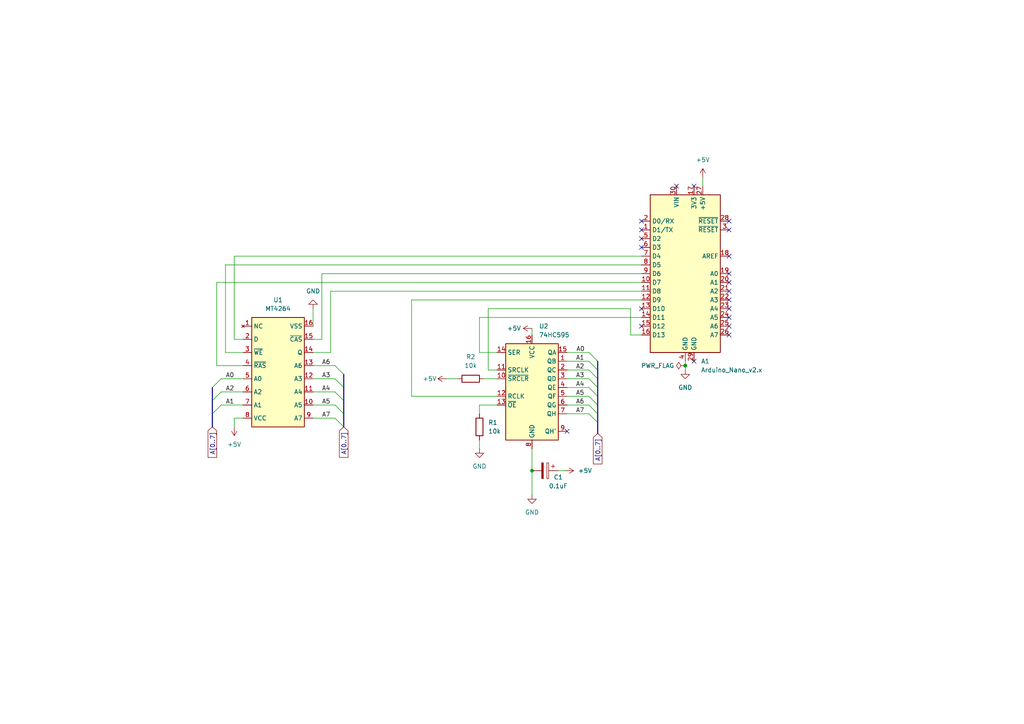
<source format=kicad_sch>
(kicad_sch (version 20211123) (generator eeschema)
  (paper "A4")
  (title_block (title "Mac 128K DRAM Tester") (date "2022-04-23") (rev "2") (company "Author: Finley Bartholmai (NifleySnifley)"))
  (lib_symbols
    (symbol "74xx:74HC595"
      (property "Reference" "U" (at -7.62 13.97 0))
      (property "Value" "74HC595" (at -7.62 -16.51 0))
      (symbol "74HC595_1_0"
        (pin tri_state line (at 10.16 7.62 180) (length 2.54) (name "QB") (number "1"))
        (pin input line (at -10.16 2.54 0) (length 2.54) (name "~{SRCLR}") (number "10"))
        (pin input line (at -10.16 5.08 0) (length 2.54) (name "SRCLK") (number "11"))
        (pin input line (at -10.16 -2.54 0) (length 2.54) (name "RCLK") (number "12"))
        (pin input line (at -10.16 -5.08 0) (length 2.54) (name "~{OE}") (number "13"))
        (pin input line (at -10.16 10.16 0) (length 2.54) (name "SER") (number "14"))
        (pin tri_state line (at 10.16 10.16 180) (length 2.54) (name "QA") (number "15"))
        (pin power_in line (at 0 15.24 270) (length 2.54) (name "VCC") (number "16"))
        (pin tri_state line (at 10.16 5.08 180) (length 2.54) (name "QC") (number "2"))
        (pin tri_state line (at 10.16 2.54 180) (length 2.54) (name "QD") (number "3"))
        (pin tri_state line (at 10.16 0 180) (length 2.54) (name "QE") (number "4"))
        (pin tri_state line (at 10.16 -2.54 180) (length 2.54) (name "QF") (number "5"))
        (pin tri_state line (at 10.16 -5.08 180) (length 2.54) (name "QG") (number "6"))
        (pin tri_state line (at 10.16 -7.62 180) (length 2.54) (name "QH") (number "7"))
        (pin power_in line (at 0 -17.78 90) (length 2.54) (name "GND") (number "8"))
        (pin output line (at 10.16 -12.7 180) (length 2.54) (name "QH'") (number "9"))
      )
      (symbol "74HC595_1_1"
        (rectangle (start -7.62 12.7) (end 7.62 -15.24) (stroke (width 0.254)) (fill (type background)))
      )
    )
    (symbol "Device:C_Polarized" (pin_numbers hide) (pin_names (offset 0.254))
      (property "Reference" "C" (at 0.635 2.54 0))
      (property "Value" "C_Polarized" (at 0.635 -2.54 0))
      (symbol "C_Polarized_0_1"
        (rectangle (start -2.286 0.508) (end 2.286 1.016))
        (polyline (pts (xy -1.778 2.286) (xy -0.762 2.286)))
        (polyline (pts (xy -1.27 2.794) (xy -1.27 1.778)))
        (rectangle (start 2.286 -0.508) (end -2.286 -1.016) (fill (type outline)))
      )
      (symbol "C_Polarized_1_1"
        (pin passive line (at 0 3.81 270) (length 2.794) (name "~") (number "1"))
        (pin passive line (at 0 -3.81 90) (length 2.794) (name "~") (number "2"))
      )
    )
    (symbol "Device:R" (pin_numbers hide) (pin_names (offset 0))
      (property "Reference" "R" (at 2.032 0 90))
      (property "Value" "R" (at 0 0 90))
      (symbol "R_0_1"
        (rectangle (start -1.016 -2.54) (end 1.016 2.54) (stroke (width 0.254)))
      )
      (symbol "R_1_1"
        (pin passive line (at 0 3.81 270) (length 1.27) (name "~") (number "1"))
        (pin passive line (at 0 -3.81 90) (length 1.27) (name "~") (number "2"))
      )
    )
    (symbol "MCU_Module:Arduino_Nano_v2.x"
      (property "Reference" "A" (at -10.16 23.495 0))
      (property "Value" "Arduino_Nano_v2.x" (at 5.08 -24.13 0))
      (symbol "Arduino_Nano_v2.x_0_1"
        (rectangle (start -10.16 22.86) (end 10.16 -22.86) (stroke (width 0.254)) (fill (type background)))
      )
      (symbol "Arduino_Nano_v2.x_1_1"
        (pin bidirectional line (at -12.7 12.7 0) (length 2.54) (name "D1/TX") (number "1"))
        (pin bidirectional line (at -12.7 -2.54 0) (length 2.54) (name "D7") (number "10"))
        (pin bidirectional line (at -12.7 -5.08 0) (length 2.54) (name "D8") (number "11"))
        (pin bidirectional line (at -12.7 -7.62 0) (length 2.54) (name "D9") (number "12"))
        (pin bidirectional line (at -12.7 -10.16 0) (length 2.54) (name "D10") (number "13"))
        (pin bidirectional line (at -12.7 -12.7 0) (length 2.54) (name "D11") (number "14"))
        (pin bidirectional line (at -12.7 -15.24 0) (length 2.54) (name "D12") (number "15"))
        (pin bidirectional line (at -12.7 -17.78 0) (length 2.54) (name "D13") (number "16"))
        (pin power_out line (at 2.54 25.4 270) (length 2.54) (name "3V3") (number "17"))
        (pin input line (at 12.7 5.08 180) (length 2.54) (name "AREF") (number "18"))
        (pin bidirectional line (at 12.7 0 180) (length 2.54) (name "A0") (number "19"))
        (pin bidirectional line (at -12.7 15.24 0) (length 2.54) (name "D0/RX") (number "2"))
        (pin bidirectional line (at 12.7 -2.54 180) (length 2.54) (name "A1") (number "20"))
        (pin bidirectional line (at 12.7 -5.08 180) (length 2.54) (name "A2") (number "21"))
        (pin bidirectional line (at 12.7 -7.62 180) (length 2.54) (name "A3") (number "22"))
        (pin bidirectional line (at 12.7 -10.16 180) (length 2.54) (name "A4") (number "23"))
        (pin bidirectional line (at 12.7 -12.7 180) (length 2.54) (name "A5") (number "24"))
        (pin bidirectional line (at 12.7 -15.24 180) (length 2.54) (name "A6") (number "25"))
        (pin bidirectional line (at 12.7 -17.78 180) (length 2.54) (name "A7") (number "26"))
        (pin power_out line (at 5.08 25.4 270) (length 2.54) (name "+5V") (number "27"))
        (pin input line (at 12.7 15.24 180) (length 2.54) (name "~{RESET}") (number "28"))
        (pin power_in line (at 2.54 -25.4 90) (length 2.54) (name "GND") (number "29"))
        (pin input line (at 12.7 12.7 180) (length 2.54) (name "~{RESET}") (number "3"))
        (pin power_in line (at -2.54 25.4 270) (length 2.54) (name "VIN") (number "30"))
        (pin power_in line (at 0 -25.4 90) (length 2.54) (name "GND") (number "4"))
        (pin bidirectional line (at -12.7 10.16 0) (length 2.54) (name "D2") (number "5"))
        (pin bidirectional line (at -12.7 7.62 0) (length 2.54) (name "D3") (number "6"))
        (pin bidirectional line (at -12.7 5.08 0) (length 2.54) (name "D4") (number "7"))
        (pin bidirectional line (at -12.7 2.54 0) (length 2.54) (name "D5") (number "8"))
        (pin bidirectional line (at -12.7 0 0) (length 2.54) (name "D6") (number "9"))
      )
    )
    (symbol "MacChips:MT4264"
      (property "Reference" "U" (at -10.16 24.13 0))
      (property "Value" "MT4264" (at -10.16 21.59 0))
      (symbol "MT4264_1_0"
        (pin no_connect line (at -10.16 13.97 0) (length 2.54) (name "NC") (number "1"))
        (pin input line (at 10.16 -8.89 180) (length 2.54) (name "A5") (number "10"))
        (pin input line (at 10.16 -5.08 180) (length 2.54) (name "A4") (number "11"))
        (pin input line (at 10.16 -1.27 180) (length 2.54) (name "A3") (number "12"))
        (pin input line (at 10.16 2.54 180) (length 2.54) (name "A6") (number "13"))
        (pin output line (at 10.16 6.35 180) (length 2.54) (name "Q") (number "14"))
        (pin input line (at 10.16 10.16 180) (length 2.54) (name "~{CAS}") (number "15"))
        (pin power_in line (at 10.16 13.97 180) (length 2.54) (name "VSS") (number "16"))
        (pin input line (at -10.16 10.16 0) (length 2.54) (name "D") (number "2"))
        (pin input line (at -10.16 6.35 0) (length 2.54) (name "~{WE}") (number "3"))
        (pin output line (at -10.16 2.54 0) (length 2.54) (name "~{RAS}") (number "4"))
        (pin input line (at -10.16 -1.27 0) (length 2.54) (name "A0") (number "5"))
        (pin input line (at -10.16 -5.08 0) (length 2.54) (name "A2") (number "6"))
        (pin input line (at -10.16 -8.89 0) (length 2.54) (name "A1") (number "7"))
        (pin power_in line (at -10.16 -12.7 0) (length 2.54) (name "VCC") (number "8"))
        (pin input line (at 10.16 -12.7 180) (length 2.54) (name "A7") (number "9"))
      )
      (symbol "MT4264_1_1"
        (rectangle (start -7.62 16.51) (end 7.62 -15.24) (stroke (width 0.254)) (fill (type background)))
      )
    )
    (symbol "power:+5V" (power) (pin_names (offset 0))
      (property "Value" "+5V" (at 0 3.556 0))
      (symbol "+5V_0_1"
        (polyline (pts (xy -0.762 1.27) (xy 0 2.54)))
        (polyline (pts (xy 0 0) (xy 0 2.54)))
        (polyline (pts (xy 0 2.54) (xy 0.762 1.27)))
      )
      (symbol "+5V_1_1"
        (pin power_in line (at 0 0 90) (length 0) hide (name "+5V") (number "1"))
      )
    )
    (symbol "power:GND" (power) (pin_names (offset 0))
      (property "Value" "GND" (at 0 -3.81 0))
      (symbol "GND_0_1"
        (polyline (pts (xy 0 0) (xy 0 -1.27) (xy 1.27 -1.27) (xy 0 -2.54) (xy -1.27 -1.27) (xy 0 -1.27)))
      )
      (symbol "GND_1_1"
        (pin power_in line (at 0 0 270) (length 0) hide (name "GND") (number "1"))
      )
    )
    (symbol "power:PWR_FLAG" (power) (pin_numbers hide) (pin_names (offset 0) hide)
      (property "Value" "PWR_FLAG" (at 0 3.81 0))
      (symbol "PWR_FLAG_0_0"
        (pin power_out line (at 0 0 90) (length 0) (name "pwr") (number "1"))
      )
      (symbol "PWR_FLAG_0_1"
        (polyline (pts (xy 0 0) (xy 0 1.27) (xy -1.016 1.905) (xy 0 2.54) (xy 1.016 1.905) (xy 0 1.27)))
      )
    )
  )
  (junction (at 154.305 136.525))
  (junction (at 198.755 106.045))
  (no_connect (at 186.055 69.215))
  (no_connect (at 211.455 84.455))
  (no_connect (at 211.455 64.135))
  (no_connect (at 211.455 74.295))
  (no_connect (at 211.455 66.675))
  (no_connect (at 201.295 53.975))
  (no_connect (at 196.215 53.975))
  (no_connect (at 186.055 64.135))
  (no_connect (at 186.055 66.675))
  (no_connect (at 211.455 89.535))
  (no_connect (at 211.455 86.995))
  (no_connect (at 211.455 94.615))
  (no_connect (at 211.455 92.075))
  (no_connect (at 211.455 97.155))
  (no_connect (at 186.055 94.615))
  (no_connect (at 186.055 89.535))
  (no_connect (at 186.055 71.755))
  (no_connect (at 211.455 81.915))
  (no_connect (at 211.455 79.375))
  (no_connect (at 164.465 125.095))
  (no_connect (at 201.295 104.775))
  (bus_entry (at 64.135 113.665) (size -2.54 2.54))
  (bus_entry (at 97.155 113.665) (size 2.54 2.54))
  (bus_entry (at 97.155 109.855) (size 2.54 2.54))
  (bus_entry (at 170.815 114.935) (size 2.54 2.54))
  (bus_entry (at 170.815 117.475) (size 2.54 2.54))
  (bus_entry (at 170.815 120.015) (size 2.54 2.54))
  (bus_entry (at 64.135 117.475) (size -2.54 2.54))
  (bus_entry (at 97.155 121.285) (size 2.54 2.54))
  (bus_entry (at 97.155 106.045) (size 2.54 2.54))
  (bus_entry (at 170.815 104.775) (size 2.54 2.54))
  (bus_entry (at 170.815 102.235) (size 2.54 2.54))
  (bus_entry (at 170.815 107.315) (size 2.54 2.54))
  (bus_entry (at 170.815 109.855) (size 2.54 2.54))
  (bus_entry (at 170.815 112.395) (size 2.54 2.54))
  (bus_entry (at 64.135 109.855) (size -2.54 2.54))
  (bus_entry (at 97.155 117.475) (size 2.54 2.54))
  (wire (pts (xy 119.38 114.935) (xy 144.145 114.935)))
  (bus (pts (xy 173.355 109.855) (xy 173.355 112.395)))
  (wire (pts (xy 154.305 95.25) (xy 154.305 97.155)))
  (wire (pts (xy 139.065 117.475) (xy 139.065 120.015)))
  (bus (pts (xy 99.695 116.205) (xy 99.695 120.015)))
  (wire (pts (xy 70.485 106.045) (xy 62.865 106.045)))
  (bus (pts (xy 173.355 107.315) (xy 173.355 109.855)))
  (wire (pts (xy 164.465 102.235) (xy 170.815 102.235)))
  (wire (pts (xy 139.065 92.075) (xy 186.055 92.075)))
  (wire (pts (xy 64.135 117.475) (xy 70.485 117.475)))
  (wire (pts (xy 67.945 74.295) (xy 67.945 98.425)))
  (wire (pts (xy 119.38 86.995) (xy 119.38 114.935)))
  (wire (pts (xy 65.405 76.835) (xy 65.405 102.235)))
  (wire (pts (xy 161.925 136.525) (xy 163.83 136.525)))
  (wire (pts (xy 67.945 123.825) (xy 67.945 121.285)))
  (bus (pts (xy 173.355 112.395) (xy 173.355 114.935)))
  (wire (pts (xy 164.465 107.315) (xy 170.815 107.315)))
  (bus (pts (xy 173.355 117.475) (xy 173.355 120.015)))
  (wire (pts (xy 90.805 106.045) (xy 97.155 106.045)))
  (wire (pts (xy 139.065 102.235) (xy 144.145 102.235)))
  (wire (pts (xy 186.055 74.295) (xy 67.945 74.295)))
  (wire (pts (xy 182.88 97.155) (xy 186.055 97.155)))
  (wire (pts (xy 139.065 102.235) (xy 139.065 92.075)))
  (wire (pts (xy 90.805 89.535) (xy 90.805 94.615)))
  (wire (pts (xy 67.945 121.285) (xy 70.485 121.285)))
  (wire (pts (xy 203.835 51.435) (xy 203.835 53.975)))
  (wire (pts (xy 164.465 109.855) (xy 170.815 109.855)))
  (wire (pts (xy 65.405 102.235) (xy 70.485 102.235)))
  (wire (pts (xy 129.54 109.855) (xy 132.715 109.855)))
  (bus (pts (xy 99.695 112.395) (xy 99.695 116.205)))
  (wire (pts (xy 90.805 117.475) (xy 97.155 117.475)))
  (bus (pts (xy 173.355 122.555) (xy 173.355 125.73)))
  (wire (pts (xy 93.345 79.375) (xy 93.345 98.425)))
  (wire (pts (xy 154.305 136.525) (xy 154.305 130.175)))
  (wire (pts (xy 64.135 113.665) (xy 70.485 113.665)))
  (wire (pts (xy 186.055 79.375) (xy 93.345 79.375)))
  (bus (pts (xy 99.695 108.585) (xy 99.695 112.395)))
  (bus (pts (xy 173.355 104.775) (xy 173.355 107.315)))
  (wire (pts (xy 90.805 109.855) (xy 97.155 109.855)))
  (wire (pts (xy 198.755 106.045) (xy 198.755 107.315)))
  (bus (pts (xy 61.595 116.205) (xy 61.595 120.015)))
  (wire (pts (xy 90.805 102.235) (xy 95.885 102.235)))
  (wire (pts (xy 164.465 114.935) (xy 170.815 114.935)))
  (wire (pts (xy 93.345 98.425) (xy 90.805 98.425)))
  (wire (pts (xy 164.465 112.395) (xy 170.815 112.395)))
  (wire (pts (xy 141.605 89.535) (xy 182.88 89.535)))
  (wire (pts (xy 90.805 121.285) (xy 97.155 121.285)))
  (wire (pts (xy 164.465 117.475) (xy 170.815 117.475)))
  (wire (pts (xy 186.055 86.995) (xy 119.38 86.995)))
  (wire (pts (xy 140.335 109.855) (xy 144.145 109.855)))
  (wire (pts (xy 139.065 127.635) (xy 139.065 130.175)))
  (wire (pts (xy 198.755 104.775) (xy 198.755 106.045)))
  (wire (pts (xy 164.465 120.015) (xy 170.815 120.015)))
  (bus (pts (xy 173.355 114.935) (xy 173.355 117.475)))
  (bus (pts (xy 61.595 112.395) (xy 61.595 116.205)))
  (bus (pts (xy 173.355 120.015) (xy 173.355 122.555)))
  (wire (pts (xy 182.88 89.535) (xy 182.88 97.155)))
  (bus (pts (xy 99.695 120.015) (xy 99.695 123.825)))
  (wire (pts (xy 95.885 102.235) (xy 95.885 84.455)))
  (wire (pts (xy 141.605 107.315) (xy 141.605 89.535)))
  (wire (pts (xy 62.865 81.915) (xy 186.055 81.915)))
  (wire (pts (xy 62.865 106.045) (xy 62.865 81.915)))
  (wire (pts (xy 90.805 113.665) (xy 97.155 113.665)))
  (wire (pts (xy 95.885 84.455) (xy 186.055 84.455)))
  (wire (pts (xy 141.605 107.315) (xy 144.145 107.315)))
  (wire (pts (xy 67.945 98.425) (xy 70.485 98.425)))
  (wire (pts (xy 154.305 143.51) (xy 154.305 136.525)))
  (wire (pts (xy 186.055 76.835) (xy 65.405 76.835)))
  (wire (pts (xy 164.465 104.775) (xy 170.815 104.775)))
  (wire (pts (xy 64.135 109.855) (xy 70.485 109.855)))
  (bus (pts (xy 61.595 120.015) (xy 61.595 123.825)))
  (wire (pts (xy 144.145 117.475) (xy 139.065 117.475)))
  (label "A0" (at 67.945 109.855 180))
  (label "A2" (at 67.945 113.665 180))
  (label "A7" (at 167.005 120.015 0))
  (label "A3" (at 93.345 109.855 0))
  (label "A3" (at 167.005 109.855 0))
  (label "A7" (at 93.345 121.285 0))
  (label "A1" (at 67.945 117.475 180))
  (label "A5" (at 167.005 114.935 0))
  (label "A0" (at 167.1176 102.235 0))
  (label "A6" (at 93.345 106.045 0))
  (label "A6" (at 167.005 117.475 0))
  (label "A2" (at 167.005 107.315 0))
  (label "A4" (at 167.005 112.395 0))
  (label "A1" (at 167.005 104.775 0))
  (label "A5" (at 93.345 117.475 0))
  (label "A4" (at 93.345 113.665 0))
  (global_label "A[0..7]" (shape input) (at 99.695 123.825 270) (property "Intersheet References" "${INTERSHEET_REFS}" (effects hide)))
  (global_label "A[0..7]" (shape input) (at 173.355 125.73 270) (property "Intersheet References" "${INTERSHEET_REFS}" (effects hide)))
  (global_label "A[0..7]" (shape input) (at 61.595 123.825 270) (property "Intersheet References" "${INTERSHEET_REFS}" (effects hide)))
  (symbol (lib_id "Device:R") (at 136.525 109.855 90) (unit 1)
    (property "Reference" "R2" (at 136.525 103.505 90))
    (property "Value" "10k" (at 136.525 106.045 90))
  )
  (symbol (lib_id "power:+5V") (at 129.54 109.855 90) (unit 1)
    (property "Reference" "#PWR0101" (effects hide))
    (property "Value" "+5V" (at 122.555 109.855 90) (effects (justify right)))
  )
  (symbol (lib_id "power:+5V") (at 203.835 51.435 0) (unit 1)
    (property "Reference" "#PWR07" (effects hide))
    (property "Value" "+5V" (at 203.835 46.355 0))
  )
  (symbol (lib_id "power:+5V") (at 67.945 123.825 180) (unit 1)
    (property "Reference" "#PWR01" (effects hide))
    (property "Value" "+5V" (at 67.945 128.905 0))
  )
  (symbol (lib_id "power:+5V") (at 154.305 95.25 90) (unit 1)
    (property "Reference" "#PWR04" (effects hide))
    (property "Value" "+5V" (at 151.13 95.2499 90) (effects (justify left)))
  )
  (symbol (lib_id "power:+5V") (at 163.83 136.525 270) (unit 1)
    (property "Reference" "#PWR08" (effects hide))
    (property "Value" "+5V" (at 167.64 136.5249 90) (effects (justify left)))
  )
  (symbol (lib_id "Device:R") (at 139.065 123.825 0) (unit 1)
    (property "Reference" "R1" (at 141.605 122.5549 0) (effects (justify left)))
    (property "Value" "10k" (at 141.605 125.0949 0) (effects (justify left)))
  )
  (symbol (lib_id "power:GND") (at 90.805 89.535 180) (unit 1)
    (property "Reference" "#PWR02" (effects hide))
    (property "Value" "GND" (at 90.805 84.455 0))
  )
  (symbol (lib_id "MCU_Module:Arduino_Nano_v2.x") (at 198.755 79.375 0) (unit 1)
    (property "Reference" "A1" (at 203.3144 104.775 0) (effects (justify left)))
    (property "Value" "Arduino_Nano_v2.x" (at 203.3144 107.315 0) (effects (justify left)))
    (property "Footprint" "Module:Arduino_Nano" (effects hide))
    (property "Datasheet" "https://www.arduino.cc/en/uploads/Main/ArduinoNanoManual23.pdf" (effects hide))
  )
  (symbol (lib_id "74xx:74HC595") (at 154.305 112.395 0) (unit 1)
    (property "Reference" "U2" (at 156.3244 94.615 0) (effects (justify left)))
    (property "Value" "74HC595" (at 156.3244 97.155 0) (effects (justify left)))
    (property "Datasheet" "http://www.ti.com/lit/ds/symlink/sn74hc595.pdf" (effects hide))
  )
  (symbol (lib_id "power:GND") (at 198.755 107.315 0) (unit 1)
    (property "Reference" "#PWR06" (effects hide))
    (property "Value" "GND" (at 198.755 112.395 0))
  )
  (symbol (lib_id "Device:C_Polarized") (at 158.115 136.525 270) (unit 1)
    (property "Reference" "C1" (at 161.925 138.43 90))
    (property "Value" "0.1uF" (at 161.925 140.97 90))
  )
  (symbol (lib_id "power:GND") (at 139.065 130.175 0) (unit 1)
    (property "Reference" "#PWR03" (effects hide))
    (property "Value" "GND" (at 139.065 135.255 0))
  )
  (symbol (lib_id "MacChips:MT4264") (at 80.645 108.585 0) (unit 1)
    (property "Reference" "U1" (at 80.645 86.995 0))
    (property "Value" "MT4264" (at 80.645 89.535 0))
  )
  (symbol (lib_id "power:PWR_FLAG") (at 198.755 106.045 90) (unit 1)
    (property "Reference" "#FLG0101" (effects hide))
    (property "Value" "PWR_FLAG" (at 195.58 106.0449 90) (effects (justify left)))
  )
  (symbol (lib_id "power:GND") (at 154.305 143.51 0) (unit 1)
    (property "Reference" "#PWR05" (effects hide))
    (property "Value" "GND" (at 154.305 148.59 0))
  )
)
</source>
